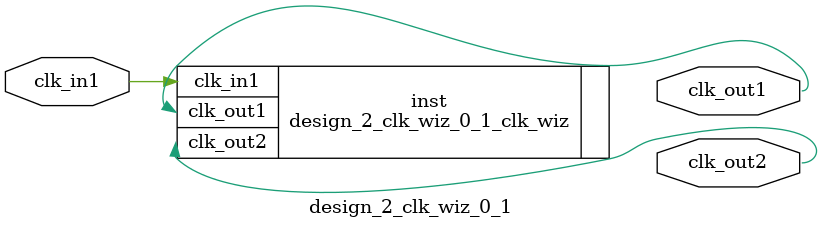
<source format=v>


`timescale 1ps/1ps

(* CORE_GENERATION_INFO = "design_2_clk_wiz_0_1,clk_wiz_v6_0_1_0_0,{component_name=design_2_clk_wiz_0_1,use_phase_alignment=true,use_min_o_jitter=false,use_max_i_jitter=false,use_dyn_phase_shift=false,use_inclk_switchover=false,use_dyn_reconfig=false,enable_axi=0,feedback_source=FDBK_AUTO,PRIMITIVE=MMCM,num_out_clk=2,clkin1_period=10.000,clkin2_period=10.000,use_power_down=false,use_reset=false,use_locked=false,use_inclk_stopped=false,feedback_type=SINGLE,CLOCK_MGR_TYPE=NA,manual_override=false}" *)

module design_2_clk_wiz_0_1 
 (
  // Clock out ports
  output        clk_out1,
  output        clk_out2,
 // Clock in ports
  input         clk_in1
 );

  design_2_clk_wiz_0_1_clk_wiz inst
  (
  // Clock out ports  
  .clk_out1(clk_out1),
  .clk_out2(clk_out2),
 // Clock in ports
  .clk_in1(clk_in1)
  );

endmodule

</source>
